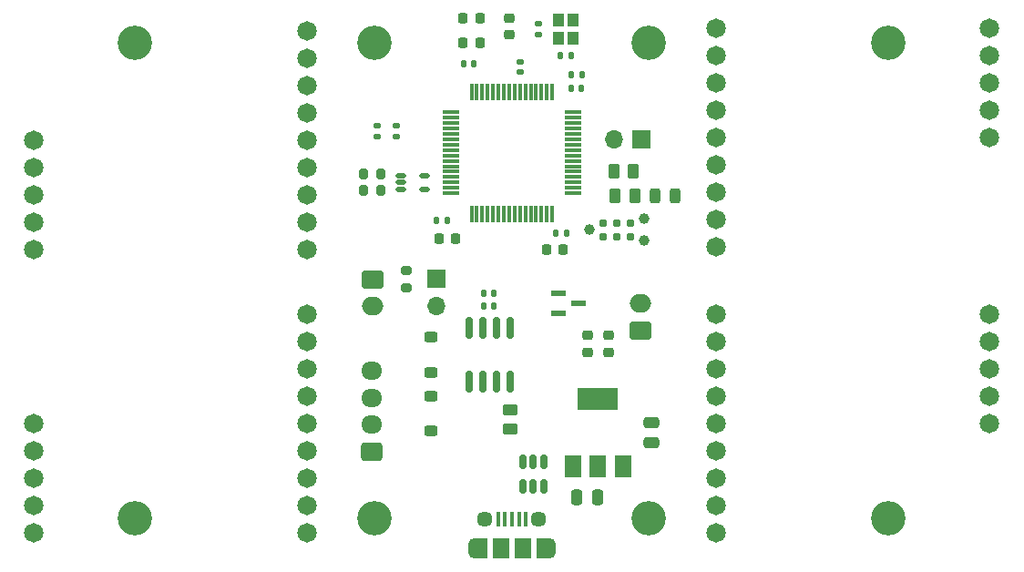
<source format=gts>
G04 #@! TF.GenerationSoftware,KiCad,Pcbnew,8.0.2*
G04 #@! TF.CreationDate,2025-01-25T00:48:09-07:00*
G04 #@! TF.ProjectId,Telemetry_STM32_V3,54656c65-6d65-4747-9279-5f53544d3332,rev?*
G04 #@! TF.SameCoordinates,Original*
G04 #@! TF.FileFunction,Soldermask,Top*
G04 #@! TF.FilePolarity,Negative*
%FSLAX46Y46*%
G04 Gerber Fmt 4.6, Leading zero omitted, Abs format (unit mm)*
G04 Created by KiCad (PCBNEW 8.0.2) date 2025-01-25 00:48:09*
%MOMM*%
%LPD*%
G01*
G04 APERTURE LIST*
G04 Aperture macros list*
%AMRoundRect*
0 Rectangle with rounded corners*
0 $1 Rounding radius*
0 $2 $3 $4 $5 $6 $7 $8 $9 X,Y pos of 4 corners*
0 Add a 4 corners polygon primitive as box body*
4,1,4,$2,$3,$4,$5,$6,$7,$8,$9,$2,$3,0*
0 Add four circle primitives for the rounded corners*
1,1,$1+$1,$2,$3*
1,1,$1+$1,$4,$5*
1,1,$1+$1,$6,$7*
1,1,$1+$1,$8,$9*
0 Add four rect primitives between the rounded corners*
20,1,$1+$1,$2,$3,$4,$5,0*
20,1,$1+$1,$4,$5,$6,$7,0*
20,1,$1+$1,$6,$7,$8,$9,0*
20,1,$1+$1,$8,$9,$2,$3,0*%
G04 Aperture macros list end*
%ADD10RoundRect,0.250000X0.262500X0.450000X-0.262500X0.450000X-0.262500X-0.450000X0.262500X-0.450000X0*%
%ADD11RoundRect,0.250000X-0.250000X-0.475000X0.250000X-0.475000X0.250000X0.475000X-0.250000X0.475000X0*%
%ADD12RoundRect,0.250000X0.750000X-0.600000X0.750000X0.600000X-0.750000X0.600000X-0.750000X-0.600000X0*%
%ADD13O,2.000000X1.700000*%
%ADD14RoundRect,0.112500X-0.362500X-0.112500X0.362500X-0.112500X0.362500X0.112500X-0.362500X0.112500X0*%
%ADD15RoundRect,0.140000X0.140000X0.170000X-0.140000X0.170000X-0.140000X-0.170000X0.140000X-0.170000X0*%
%ADD16C,1.810000*%
%ADD17R,1.500000X2.000000*%
%ADD18R,3.800000X2.000000*%
%ADD19C,3.200000*%
%ADD20RoundRect,0.250000X-0.450000X0.262500X-0.450000X-0.262500X0.450000X-0.262500X0.450000X0.262500X0*%
%ADD21R,1.700000X1.700000*%
%ADD22O,1.700000X1.700000*%
%ADD23RoundRect,0.075000X-0.075000X0.700000X-0.075000X-0.700000X0.075000X-0.700000X0.075000X0.700000X0*%
%ADD24RoundRect,0.075000X-0.700000X0.075000X-0.700000X-0.075000X0.700000X-0.075000X0.700000X0.075000X0*%
%ADD25RoundRect,0.245000X0.380000X-0.245000X0.380000X0.245000X-0.380000X0.245000X-0.380000X-0.245000X0*%
%ADD26RoundRect,0.200000X-0.275000X0.200000X-0.275000X-0.200000X0.275000X-0.200000X0.275000X0.200000X0*%
%ADD27RoundRect,0.150000X0.150000X-0.512500X0.150000X0.512500X-0.150000X0.512500X-0.150000X-0.512500X0*%
%ADD28RoundRect,0.140000X-0.170000X0.140000X-0.170000X-0.140000X0.170000X-0.140000X0.170000X0.140000X0*%
%ADD29RoundRect,0.140000X-0.140000X-0.170000X0.140000X-0.170000X0.140000X0.170000X-0.140000X0.170000X0*%
%ADD30RoundRect,0.139700X-0.571500X0.139700X-0.571500X-0.139700X0.571500X-0.139700X0.571500X0.139700X0*%
%ADD31R,0.400000X1.350000*%
%ADD32O,1.200000X1.900000*%
%ADD33R,1.200000X1.900000*%
%ADD34C,1.450000*%
%ADD35R,1.500000X1.900000*%
%ADD36RoundRect,0.245000X-0.380000X0.245000X-0.380000X-0.245000X0.380000X-0.245000X0.380000X0.245000X0*%
%ADD37RoundRect,0.200000X0.200000X0.275000X-0.200000X0.275000X-0.200000X-0.275000X0.200000X-0.275000X0*%
%ADD38R,1.000000X1.150000*%
%ADD39RoundRect,0.250000X-0.750000X0.600000X-0.750000X-0.600000X0.750000X-0.600000X0.750000X0.600000X0*%
%ADD40C,0.990600*%
%ADD41C,0.787400*%
%ADD42RoundRect,0.150000X-0.150000X0.825000X-0.150000X-0.825000X0.150000X-0.825000X0.150000X0.825000X0*%
%ADD43RoundRect,0.243750X0.243750X0.456250X-0.243750X0.456250X-0.243750X-0.456250X0.243750X-0.456250X0*%
%ADD44RoundRect,0.225000X0.250000X-0.225000X0.250000X0.225000X-0.250000X0.225000X-0.250000X-0.225000X0*%
%ADD45RoundRect,0.218750X-0.218750X-0.256250X0.218750X-0.256250X0.218750X0.256250X-0.218750X0.256250X0*%
%ADD46RoundRect,0.225000X0.225000X0.250000X-0.225000X0.250000X-0.225000X-0.250000X0.225000X-0.250000X0*%
%ADD47RoundRect,0.225000X-0.250000X0.225000X-0.250000X-0.225000X0.250000X-0.225000X0.250000X0.225000X0*%
%ADD48RoundRect,0.250000X0.725000X-0.600000X0.725000X0.600000X-0.725000X0.600000X-0.725000X-0.600000X0*%
%ADD49O,1.950000X1.700000*%
%ADD50RoundRect,0.250000X0.475000X-0.250000X0.475000X0.250000X-0.475000X0.250000X-0.475000X-0.250000X0*%
G04 APERTURE END LIST*
D10*
X161312500Y-101725000D03*
X159487500Y-101725000D03*
D11*
X156050000Y-132000000D03*
X157950000Y-132000000D03*
D12*
X161950000Y-116500000D03*
D13*
X161950000Y-114000000D03*
D14*
X139650000Y-102100000D03*
X139650000Y-102750000D03*
X139650000Y-103400000D03*
X141850000Y-103400000D03*
X141850000Y-102100000D03*
D15*
X155500000Y-91000000D03*
X154540000Y-91000000D03*
D16*
X131000000Y-108960000D03*
X131000000Y-106420000D03*
X131000000Y-103880000D03*
X131000000Y-101340000D03*
X131000000Y-98800000D03*
X131000000Y-96260000D03*
X131000000Y-93720000D03*
X131000000Y-91180000D03*
X131000000Y-88640000D03*
X105600000Y-108960000D03*
X105600000Y-106420000D03*
X105600000Y-103880000D03*
X105600000Y-101340000D03*
X105600000Y-98800000D03*
D17*
X155700000Y-129150000D03*
X158000000Y-129150000D03*
D18*
X158000000Y-122850000D03*
D17*
X160300000Y-129150000D03*
D19*
X162750000Y-134000000D03*
D20*
X149875000Y-123862500D03*
X149875000Y-125687500D03*
D21*
X143000000Y-111725000D03*
D22*
X143000000Y-114265000D03*
D23*
X153750000Y-94325000D03*
X153250000Y-94325000D03*
X152750000Y-94325000D03*
X152250000Y-94325000D03*
X151750000Y-94325000D03*
X151250000Y-94325000D03*
X150750000Y-94325000D03*
X150250000Y-94325000D03*
X149750000Y-94325000D03*
X149250000Y-94325000D03*
X148750000Y-94325000D03*
X148250000Y-94325000D03*
X147750000Y-94325000D03*
X147250000Y-94325000D03*
X146750000Y-94325000D03*
X146250000Y-94325000D03*
D24*
X144325000Y-96250000D03*
X144325000Y-96750000D03*
X144325000Y-97250000D03*
X144325000Y-97750000D03*
X144325000Y-98250000D03*
X144325000Y-98750000D03*
X144325000Y-99250000D03*
X144325000Y-99750000D03*
X144325000Y-100250000D03*
X144325000Y-100750000D03*
X144325000Y-101250000D03*
X144325000Y-101750000D03*
X144325000Y-102250000D03*
X144325000Y-102750000D03*
X144325000Y-103250000D03*
X144325000Y-103750000D03*
D23*
X146250000Y-105675000D03*
X146750000Y-105675000D03*
X147250000Y-105675000D03*
X147750000Y-105675000D03*
X148250000Y-105675000D03*
X148750000Y-105675000D03*
X149250000Y-105675000D03*
X149750000Y-105675000D03*
X150250000Y-105675000D03*
X150750000Y-105675000D03*
X151250000Y-105675000D03*
X151750000Y-105675000D03*
X152250000Y-105675000D03*
X152750000Y-105675000D03*
X153250000Y-105675000D03*
X153750000Y-105675000D03*
D24*
X155675000Y-103750000D03*
X155675000Y-103250000D03*
X155675000Y-102750000D03*
X155675000Y-102250000D03*
X155675000Y-101750000D03*
X155675000Y-101250000D03*
X155675000Y-100750000D03*
X155675000Y-100250000D03*
X155675000Y-99750000D03*
X155675000Y-99250000D03*
X155675000Y-98750000D03*
X155675000Y-98250000D03*
X155675000Y-97750000D03*
X155675000Y-97250000D03*
X155675000Y-96750000D03*
X155675000Y-96250000D03*
D25*
X142475000Y-125885000D03*
X142475000Y-122665000D03*
D26*
X140200000Y-110925000D03*
X140200000Y-112575000D03*
D27*
X151050000Y-131000000D03*
X152000000Y-131000000D03*
X152950000Y-131000000D03*
X152950000Y-128725000D03*
X152000000Y-128725000D03*
X151050000Y-128725000D03*
D28*
X139250000Y-97520000D03*
X139250000Y-98480000D03*
X137500000Y-97520000D03*
X137500000Y-98480000D03*
X152500000Y-88020000D03*
X152500000Y-88980000D03*
D15*
X146480000Y-91750000D03*
X145520000Y-91750000D03*
D29*
X143020000Y-106250000D03*
X143980000Y-106250000D03*
X155520000Y-94000000D03*
X156480000Y-94000000D03*
D16*
X169000000Y-115000000D03*
X169000000Y-117540000D03*
X169000000Y-120080000D03*
X169000000Y-122620000D03*
X169000000Y-125160000D03*
X169000000Y-127700000D03*
X169000000Y-130240000D03*
X169000000Y-132780000D03*
X169000000Y-135320000D03*
X194400000Y-115000000D03*
X194400000Y-117540000D03*
X194400000Y-120080000D03*
X194400000Y-122620000D03*
X194400000Y-125160000D03*
D19*
X115000000Y-134000000D03*
D15*
X148330000Y-114237500D03*
X147370000Y-114237500D03*
X148330000Y-113087500D03*
X147370000Y-113087500D03*
D10*
X161412500Y-104000000D03*
X159587500Y-104000000D03*
D30*
X154310200Y-113049999D03*
X154310200Y-114950001D03*
X156189800Y-114000000D03*
D15*
X155055000Y-107500000D03*
X154095000Y-107500000D03*
D16*
X169000000Y-88460000D03*
X169000000Y-91000000D03*
X169000000Y-93540000D03*
X169000000Y-96080000D03*
X169000000Y-98620000D03*
X169000000Y-101160000D03*
X169000000Y-103700000D03*
X169000000Y-106240000D03*
X169000000Y-108780000D03*
X194400000Y-88460000D03*
X194400000Y-91000000D03*
X194400000Y-93540000D03*
X194400000Y-96080000D03*
X194400000Y-98620000D03*
D19*
X185000000Y-134000000D03*
D29*
X155540000Y-92750000D03*
X156500000Y-92750000D03*
D31*
X148700000Y-134050000D03*
X149350000Y-134050000D03*
X150000000Y-134050000D03*
X150650000Y-134050000D03*
X151300000Y-134050000D03*
D32*
X146500000Y-136750000D03*
D33*
X147100000Y-136750000D03*
D34*
X147500000Y-134050000D03*
D35*
X149000000Y-136750000D03*
X151000000Y-136750000D03*
D34*
X152500000Y-134050000D03*
D33*
X152900000Y-136750000D03*
D32*
X153500000Y-136750000D03*
D36*
X142475000Y-117165000D03*
X142475000Y-120385000D03*
D37*
X137825000Y-103500000D03*
X136175000Y-103500000D03*
D38*
X155700000Y-89375000D03*
X155700000Y-87625000D03*
X154300000Y-87625000D03*
X154300000Y-89375000D03*
D39*
X137050000Y-111750000D03*
D13*
X137050000Y-114250000D03*
D19*
X115000000Y-89750000D03*
D40*
X157190000Y-107135000D03*
X162270000Y-106119000D03*
X162270000Y-108151000D03*
D41*
X158460000Y-107770000D03*
X158460000Y-106500000D03*
X159730000Y-107770000D03*
X159730000Y-106500000D03*
X161000000Y-107770000D03*
X161000000Y-106500000D03*
D42*
X149880000Y-116300000D03*
X148610000Y-116300000D03*
X147340000Y-116300000D03*
X146070000Y-116300000D03*
X146070000Y-121250000D03*
X147340000Y-121250000D03*
X148610000Y-121250000D03*
X149880000Y-121250000D03*
D37*
X137825000Y-102000000D03*
X136175000Y-102000000D03*
D43*
X165187500Y-104000000D03*
X163312500Y-104000000D03*
D44*
X149750000Y-89025000D03*
X149750000Y-87475000D03*
D45*
X145462500Y-87500000D03*
X147037500Y-87500000D03*
D19*
X137250000Y-134000000D03*
D46*
X144775000Y-108000000D03*
X143225000Y-108000000D03*
D28*
X150750000Y-91520000D03*
X150750000Y-92480000D03*
D47*
X159000000Y-116975000D03*
X159000000Y-118525000D03*
D19*
X185000000Y-89750000D03*
D21*
X162025000Y-98750000D03*
D22*
X159485000Y-98750000D03*
D19*
X137250000Y-89750000D03*
D48*
X137000000Y-127787500D03*
D49*
X137000000Y-125287500D03*
X137000000Y-122787500D03*
X137000000Y-120287500D03*
D50*
X163000000Y-126950000D03*
X163000000Y-125050000D03*
D19*
X162750000Y-89750000D03*
D47*
X157000000Y-116975000D03*
X157000000Y-118525000D03*
D46*
X147025000Y-89750000D03*
X145475000Y-89750000D03*
X154775000Y-109000000D03*
X153225000Y-109000000D03*
D16*
X131000000Y-135320000D03*
X131000000Y-132780000D03*
X131000000Y-130240000D03*
X131000000Y-127700000D03*
X131000000Y-125160000D03*
X131000000Y-122620000D03*
X131000000Y-120080000D03*
X131000000Y-117540000D03*
X131000000Y-115000000D03*
X105600000Y-135320000D03*
X105600000Y-132780000D03*
X105600000Y-130240000D03*
X105600000Y-127700000D03*
X105600000Y-125160000D03*
M02*

</source>
